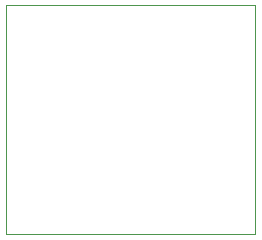
<source format=gbr>
G04 Layer_Color=0*
%FSLAX26Y26*%
%MOIN*%
%TF.FileFunction,Profile*%
%TF.Part,Single*%
G01*
G75*
%TA.AperFunction,Profile*%
%ADD20C,0.001000*%
D20*
X1005000Y1002520D02*
Y1765000D01*
X1835000D01*
Y1002520D01*
X1005000D01*
%TF.MD5,0F4206F2C6AA08290AC5B309029DA8F5*%
M02*

</source>
